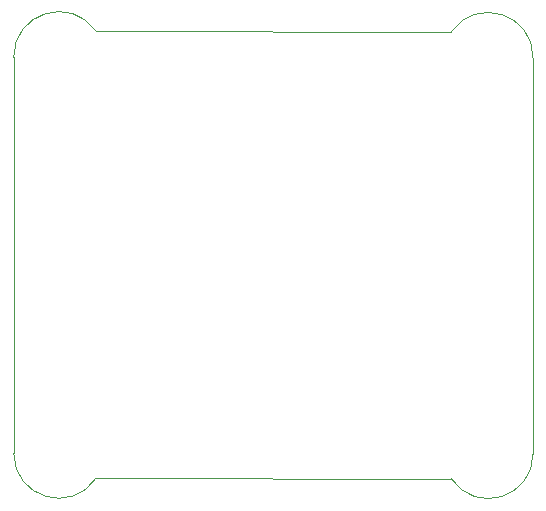
<source format=gbr>
%TF.GenerationSoftware,KiCad,Pcbnew,7.0.6*%
%TF.CreationDate,2023-10-31T01:28:30+01:00*%
%TF.ProjectId,BMSv2,424d5376-322e-46b6-9963-61645f706362,rev?*%
%TF.SameCoordinates,Original*%
%TF.FileFunction,Profile,NP*%
%FSLAX46Y46*%
G04 Gerber Fmt 4.6, Leading zero omitted, Abs format (unit mm)*
G04 Created by KiCad (PCBNEW 7.0.6) date 2023-10-31 01:28:30*
%MOMM*%
%LPD*%
G01*
G04 APERTURE LIST*
%TA.AperFunction,Profile*%
%ADD10C,0.100000*%
%TD*%
G04 APERTURE END LIST*
D10*
X69432822Y-80915265D02*
X69424417Y-52409130D01*
X113404072Y-80951283D02*
X113390086Y-50087538D01*
X113404056Y-47450800D02*
G75*
G03*
X106488383Y-45229300I-3792956J67500D01*
G01*
X76403195Y-45178542D02*
G75*
G03*
X69432801Y-47400000I-3150095J-2162198D01*
G01*
X76403200Y-83021535D02*
X106488383Y-83072300D01*
X69424417Y-52409130D02*
X69432800Y-47400000D01*
X76403200Y-45178538D02*
X106488383Y-45229300D01*
X113390086Y-50087538D02*
X113404072Y-47450800D01*
X69432818Y-80915265D02*
G75*
G03*
X76403208Y-83021535I3802922J-1665D01*
G01*
X106488391Y-83072295D02*
G75*
G03*
X113404071Y-80951283I3137889J2103725D01*
G01*
M02*

</source>
